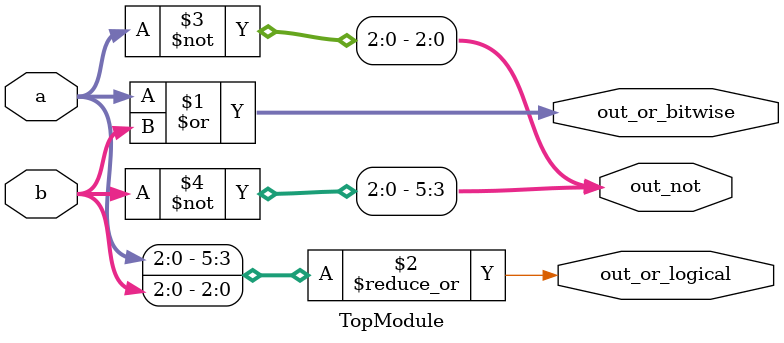
<source format=sv>

module TopModule (
    input  logic [2:0] a,               // 3-bit input a
    input  logic [2:0] b,               // 3-bit input b
    output logic [2:0] out_or_bitwise,  // 3-bit output for bitwise OR
    output logic out_or_logical,         // output for logical OR
    output logic [5:0] out_not           // 6-bit output for NOT operations
);

    // Compute bitwise OR of a and b
    assign out_or_bitwise = a | b;
    
    // Compute logical OR of a and b
    assign out_or_logical = |{a, b};  // Combine the inputs into one vector
    
    // Compute NOT of a and b
    assign out_not = {~b, ~a};  // Upper half is ~b, lower half is ~a

endmodule
</source>
